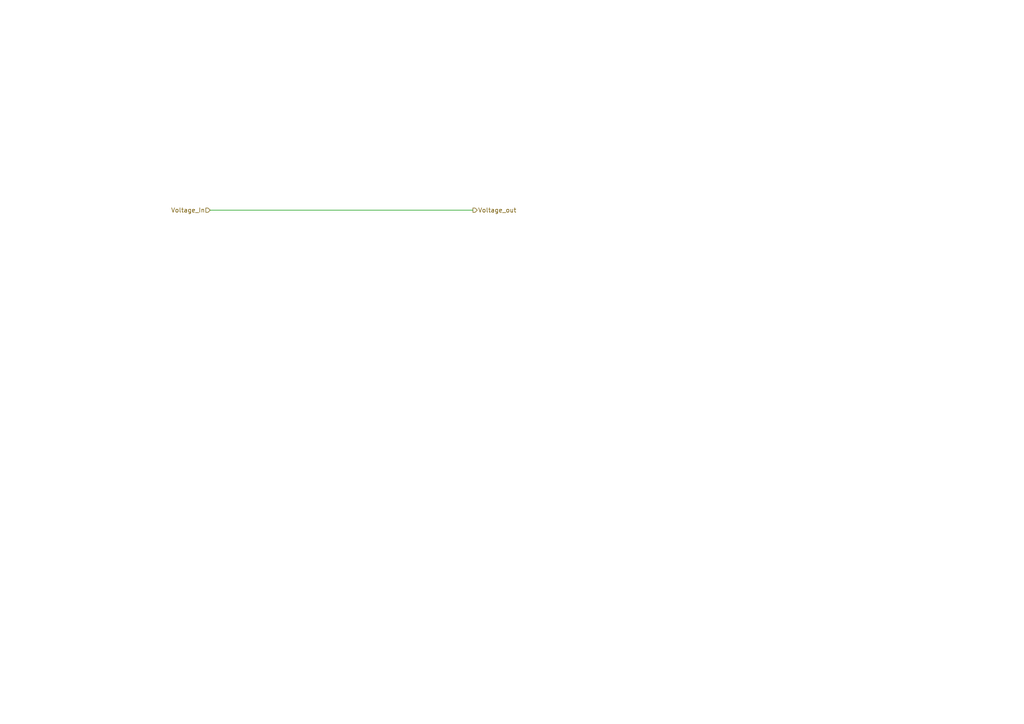
<source format=kicad_sch>
(kicad_sch
	(version 20250114)
	(generator "eeschema")
	(generator_version "9.0")
	(uuid "8bc19136-7093-4d77-9b35-bffda5787002")
	(paper "A4")
	(lib_symbols)
	(wire
		(pts
			(xy 60.96 60.96) (xy 137.16 60.96)
		)
		(stroke
			(width 0)
			(type default)
		)
		(uuid "2d565d5b-6b7a-495e-a510-853d7b432ab6")
	)
	(hierarchical_label "Voltage_out"
		(shape output)
		(at 137.16 60.96 0)
		(effects
			(font
				(size 1.27 1.27)
			)
			(justify left)
		)
		(uuid "45b10ed6-7822-40c5-b286-2c54b5a043e8")
	)
	(hierarchical_label "Voltage_In"
		(shape input)
		(at 60.96 60.96 180)
		(effects
			(font
				(size 1.27 1.27)
			)
			(justify right)
		)
		(uuid "75314561-4f81-4acc-a365-37d1aa52b9c9")
	)
)

</source>
